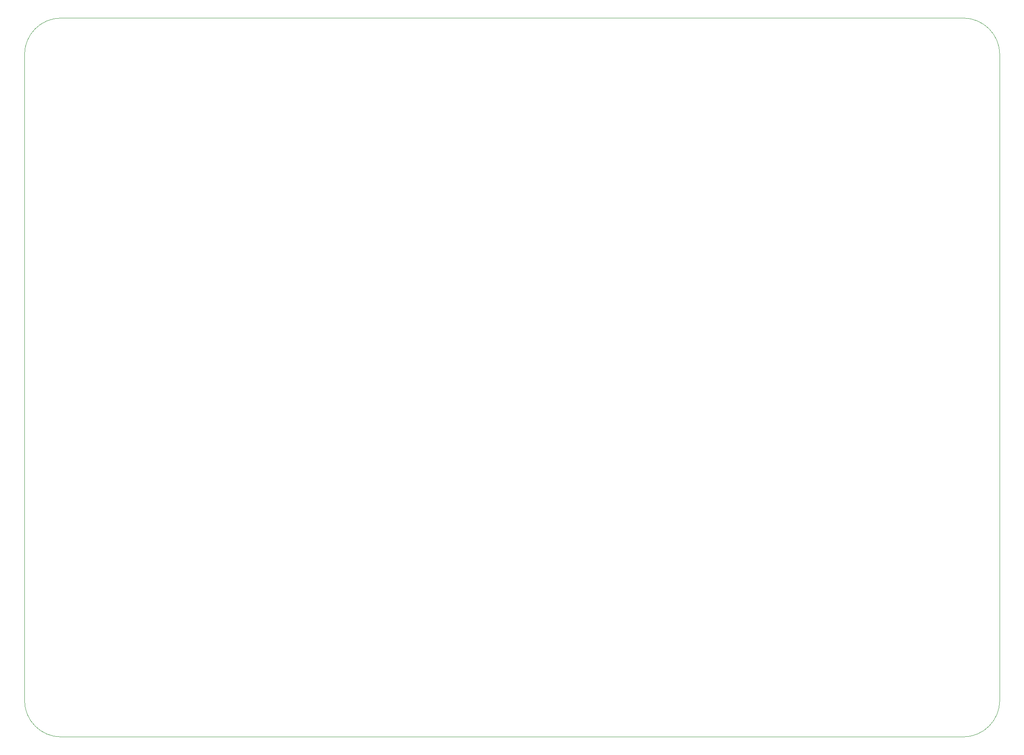
<source format=gbr>
G04 #@! TF.GenerationSoftware,KiCad,Pcbnew,(5.1.5)-3*
G04 #@! TF.CreationDate,2020-02-17T11:38:33+01:00*
G04 #@! TF.ProjectId,65C02_Computer,36354330-325f-4436-9f6d-70757465722e,rev?*
G04 #@! TF.SameCoordinates,Original*
G04 #@! TF.FileFunction,Profile,NP*
%FSLAX46Y46*%
G04 Gerber Fmt 4.6, Leading zero omitted, Abs format (unit mm)*
G04 Created by KiCad (PCBNEW (5.1.5)-3) date 2020-02-17 11:38:33*
%MOMM*%
%LPD*%
G04 APERTURE LIST*
%ADD10C,0.050000*%
G04 APERTURE END LIST*
D10*
X17780000Y-162560000D02*
X17780000Y-27940000D01*
X213360000Y-170180000D02*
X25400000Y-170180000D01*
X220980000Y-27940000D02*
X220980000Y-162560000D01*
X25400000Y-20320000D02*
X213360000Y-20320000D01*
X25400000Y-170180000D02*
G75*
G02X17780000Y-162560000I0J7620000D01*
G01*
X220980000Y-162560000D02*
G75*
G02X213360000Y-170180000I-7620000J0D01*
G01*
X213360000Y-20320000D02*
G75*
G02X220980000Y-27940000I0J-7620000D01*
G01*
X17780000Y-27940000D02*
G75*
G02X25400000Y-20320000I7620000J0D01*
G01*
M02*

</source>
